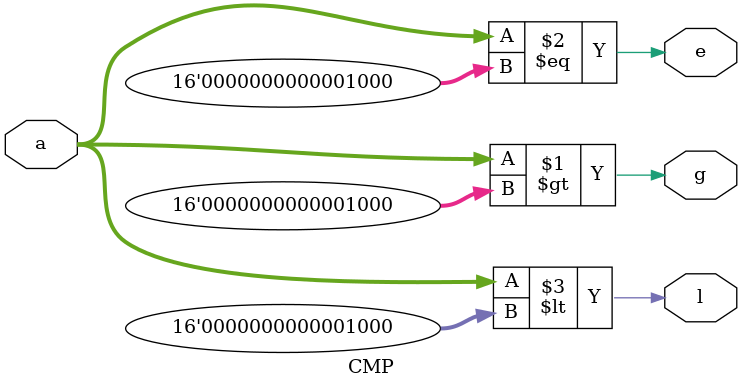
<source format=v>
module CMP (
    input wire [15:0] a,
    output wire g,
    output wire e,
    output wire l
);
   assign g = (a > 16'd8);
   assign e = (a == 16'd8);
   assign l = (a < 16'd8); 
endmodule

</source>
